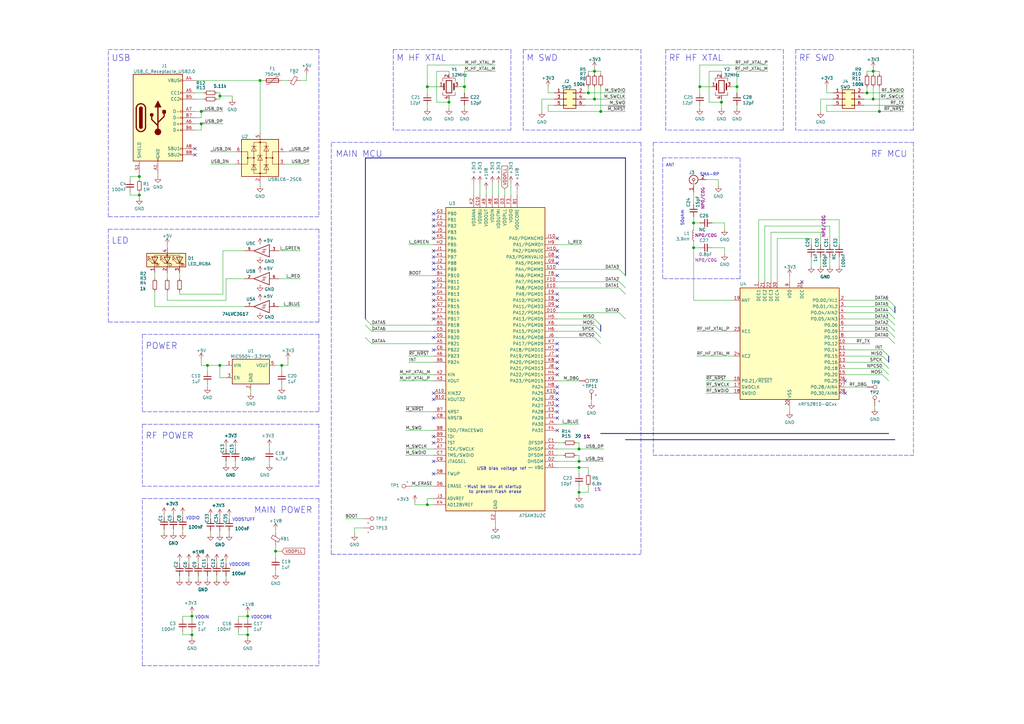
<source format=kicad_sch>
(kicad_sch (version 20210406) (generator eeschema)
  (paper "A3")
  (title_block (title "russian-woodpecker") (date "2021-05-26") (rev "r0.1") (company "openinput                           https://github.com/openinput-fw/russian-woodpecker") (comment 2 "This source describes Open Hardware and is licensed under the CERN-OHL-Pv2") (comment 4 "Copyright (c) Rafael Silva"))
  (junction (at 57.15 72.39) (diameter 1.016))
  (junction (at 57.15 80.01) (diameter 1.016))
  (junction (at 78.74 252.73) (diameter 1.016))
  (junction (at 78.74 260.35) (diameter 1.016))
  (junction (at 82.55 45.72) (diameter 1.016))
  (junction (at 82.55 50.8) (diameter 1.016))
  (junction (at 85.09 149.86) (diameter 1.016))
  (junction (at 90.17 39.37) (diameter 1.016))
  (junction (at 90.17 149.86) (diameter 1.016))
  (junction (at 101.6 252.73) (diameter 1.016))
  (junction (at 101.6 260.35) (diameter 1.016))
  (junction (at 106.68 33.02) (diameter 1.016))
  (junction (at 113.03 226.06) (diameter 1.016))
  (junction (at 115.57 149.86) (diameter 1.016))
  (junction (at 175.26 35.56) (diameter 1.016))
  (junction (at 175.26 207.01) (diameter 1.016))
  (junction (at 184.15 41.91) (diameter 1.016))
  (junction (at 190.5 35.56) (diameter 1.016))
  (junction (at 237.49 184.15) (diameter 1.016))
  (junction (at 237.49 189.23) (diameter 1.016))
  (junction (at 237.49 191.77) (diameter 1.016))
  (junction (at 237.49 201.93) (diameter 1.016))
  (junction (at 241.3 38.1) (diameter 1.016))
  (junction (at 243.84 29.21) (diameter 1.016))
  (junction (at 243.84 40.64) (diameter 1.016))
  (junction (at 246.38 45.72) (diameter 1.016))
  (junction (at 284.48 91.44) (diameter 1.016))
  (junction (at 284.48 101.6) (diameter 1.016))
  (junction (at 287.02 35.56) (diameter 1.016))
  (junction (at 295.91 41.91) (diameter 1.016))
  (junction (at 302.26 35.56) (diameter 1.016))
  (junction (at 355.6 38.1) (diameter 1.016))
  (junction (at 358.14 29.21) (diameter 1.016))
  (junction (at 358.14 40.64) (diameter 1.016))
  (junction (at 360.68 45.72) (diameter 1.016))
  (no_connect (at 80.01 60.96))
  (no_connect (at 80.01 63.5))
  (no_connect (at 177.8 87.63))
  (no_connect (at 177.8 90.17))
  (no_connect (at 177.8 92.71))
  (no_connect (at 177.8 95.25))
  (no_connect (at 177.8 97.79))
  (no_connect (at 177.8 102.87))
  (no_connect (at 177.8 105.41))
  (no_connect (at 177.8 107.95))
  (no_connect (at 177.8 110.49))
  (no_connect (at 177.8 115.57))
  (no_connect (at 177.8 118.11))
  (no_connect (at 177.8 120.65))
  (no_connect (at 177.8 123.19))
  (no_connect (at 177.8 125.73))
  (no_connect (at 177.8 128.27))
  (no_connect (at 177.8 130.81))
  (no_connect (at 177.8 138.43))
  (no_connect (at 177.8 143.51))
  (no_connect (at 177.8 161.29))
  (no_connect (at 177.8 163.83))
  (no_connect (at 177.8 171.45))
  (no_connect (at 177.8 179.07))
  (no_connect (at 177.8 181.61))
  (no_connect (at 177.8 189.23))
  (no_connect (at 177.8 194.31))
  (no_connect (at 228.6 97.79))
  (no_connect (at 228.6 102.87))
  (no_connect (at 228.6 105.41))
  (no_connect (at 228.6 107.95))
  (no_connect (at 228.6 113.03))
  (no_connect (at 228.6 120.65))
  (no_connect (at 228.6 123.19))
  (no_connect (at 228.6 125.73))
  (no_connect (at 228.6 140.97))
  (no_connect (at 228.6 143.51))
  (no_connect (at 228.6 146.05))
  (no_connect (at 228.6 148.59))
  (no_connect (at 228.6 151.13))
  (no_connect (at 228.6 153.67))
  (no_connect (at 228.6 158.75))
  (no_connect (at 228.6 161.29))
  (no_connect (at 228.6 163.83))
  (no_connect (at 228.6 166.37))
  (no_connect (at 228.6 168.91))
  (no_connect (at 228.6 171.45))
  (no_connect (at 228.6 176.53))
  (no_connect (at 328.93 115.57))
  (no_connect (at 346.71 156.21))
  (no_connect (at 346.71 161.29))
  (bus_entry (at 152.4 133.35) (size -2.54 -2.54) (stroke (width 0.1524)))
  (bus_entry (at 152.4 135.89) (size -2.54 -2.54) (stroke (width 0.1524)))
  (bus_entry (at 152.4 140.97) (size -2.54 -2.54) (stroke (width 0.1524)))
  (bus_entry (at 243.84 130.81) (size 2.54 2.54) (stroke (width 0.1524)))
  (bus_entry (at 243.84 133.35) (size 2.54 2.54) (stroke (width 0.1524)))
  (bus_entry (at 243.84 135.89) (size 2.54 2.54) (stroke (width 0.1524)))
  (bus_entry (at 243.84 138.43) (size 2.54 2.54) (stroke (width 0.1524)))
  (bus_entry (at 254 110.49) (size 2.54 2.54) (stroke (width 0.1524)))
  (bus_entry (at 254 115.57) (size 2.54 2.54) (stroke (width 0.1524)))
  (bus_entry (at 254 118.11) (size 2.54 2.54) (stroke (width 0.1524)))
  (bus_entry (at 254 128.27) (size 2.54 2.54) (stroke (width 0.1524)))
  (bus_entry (at 361.95 143.51) (size 2.54 2.54) (stroke (width 0.1524)))
  (bus_entry (at 361.95 146.05) (size 2.54 2.54) (stroke (width 0.1524)))
  (bus_entry (at 361.95 148.59) (size 2.54 2.54) (stroke (width 0.1524)))
  (bus_entry (at 361.95 151.13) (size 2.54 2.54) (stroke (width 0.1524)))
  (bus_entry (at 361.95 153.67) (size 2.54 2.54) (stroke (width 0.1524)))
  (bus_entry (at 364.49 123.19) (size 2.54 2.54) (stroke (width 0.1524)))
  (bus_entry (at 364.49 125.73) (size 2.54 2.54) (stroke (width 0.1524)))
  (bus_entry (at 364.49 128.27) (size 2.54 2.54) (stroke (width 0.1524)))
  (bus_entry (at 364.49 130.81) (size 2.54 2.54) (stroke (width 0.1524)))
  (bus_entry (at 364.49 133.35) (size 2.54 2.54) (stroke (width 0.1524)))
  (bus_entry (at 364.49 135.89) (size 2.54 2.54) (stroke (width 0.1524)))
  (bus_entry (at 364.49 138.43) (size 2.54 2.54) (stroke (width 0.1524)))
  (wire (pts (xy 53.34 72.39) (xy 57.15 72.39)))
  (wire (pts (xy 53.34 73.66) (xy 53.34 72.39)))
  (wire (pts (xy 53.34 80.01) (xy 53.34 78.74)))
  (wire (pts (xy 57.15 71.12) (xy 57.15 72.39)))
  (wire (pts (xy 57.15 72.39) (xy 57.15 73.66)))
  (wire (pts (xy 57.15 78.74) (xy 57.15 80.01)))
  (wire (pts (xy 57.15 80.01) (xy 53.34 80.01)))
  (wire (pts (xy 57.15 80.01) (xy 57.15 81.28)))
  (wire (pts (xy 63.5 111.76) (xy 63.5 114.3)))
  (wire (pts (xy 63.5 119.38) (xy 63.5 125.73)))
  (wire (pts (xy 63.5 125.73) (xy 100.33 125.73)))
  (wire (pts (xy 64.77 71.12) (xy 64.77 72.39)))
  (wire (pts (xy 67.31 210.82) (xy 67.31 212.09)))
  (wire (pts (xy 67.31 217.17) (xy 67.31 218.44)))
  (wire (pts (xy 68.58 101.6) (xy 68.58 100.33)))
  (wire (pts (xy 68.58 111.76) (xy 68.58 114.3)))
  (wire (pts (xy 68.58 119.38) (xy 68.58 123.19)))
  (wire (pts (xy 68.58 123.19) (xy 92.71 123.19)))
  (wire (pts (xy 71.12 210.82) (xy 71.12 212.09)))
  (wire (pts (xy 71.12 217.17) (xy 71.12 218.44)))
  (wire (pts (xy 73.66 111.76) (xy 73.66 114.3)))
  (wire (pts (xy 73.66 119.38) (xy 73.66 120.65)))
  (wire (pts (xy 73.66 120.65) (xy 91.44 120.65)))
  (wire (pts (xy 73.66 229.87) (xy 73.66 231.14)))
  (wire (pts (xy 73.66 236.22) (xy 73.66 237.49)))
  (wire (pts (xy 74.93 210.82) (xy 74.93 212.09)))
  (wire (pts (xy 74.93 217.17) (xy 74.93 218.44)))
  (wire (pts (xy 74.93 252.73) (xy 78.74 252.73)))
  (wire (pts (xy 74.93 254) (xy 74.93 252.73)))
  (wire (pts (xy 74.93 259.08) (xy 74.93 260.35)))
  (wire (pts (xy 74.93 260.35) (xy 78.74 260.35)))
  (wire (pts (xy 77.47 229.87) (xy 77.47 231.14)))
  (wire (pts (xy 77.47 236.22) (xy 77.47 237.49)))
  (wire (pts (xy 78.74 251.46) (xy 78.74 252.73)))
  (wire (pts (xy 78.74 252.73) (xy 78.74 254)))
  (wire (pts (xy 78.74 259.08) (xy 78.74 260.35)))
  (wire (pts (xy 78.74 260.35) (xy 78.74 261.62)))
  (wire (pts (xy 80.01 33.02) (xy 106.68 33.02)))
  (wire (pts (xy 80.01 38.1) (xy 83.82 38.1)))
  (wire (pts (xy 80.01 40.64) (xy 83.82 40.64)))
  (wire (pts (xy 80.01 45.72) (xy 82.55 45.72)))
  (wire (pts (xy 80.01 48.26) (xy 82.55 48.26)))
  (wire (pts (xy 80.01 50.8) (xy 82.55 50.8)))
  (wire (pts (xy 80.01 53.34) (xy 82.55 53.34)))
  (wire (pts (xy 81.28 229.87) (xy 81.28 231.14)))
  (wire (pts (xy 81.28 236.22) (xy 81.28 237.49)))
  (wire (pts (xy 82.55 45.72) (xy 82.55 48.26)))
  (wire (pts (xy 82.55 45.72) (xy 91.44 45.72)))
  (wire (pts (xy 82.55 50.8) (xy 82.55 53.34)))
  (wire (pts (xy 82.55 50.8) (xy 91.44 50.8)))
  (wire (pts (xy 82.55 149.86) (xy 82.55 147.32)))
  (wire (pts (xy 85.09 149.86) (xy 82.55 149.86)))
  (wire (pts (xy 85.09 149.86) (xy 90.17 149.86)))
  (wire (pts (xy 85.09 152.4) (xy 85.09 149.86)))
  (wire (pts (xy 85.09 157.48) (xy 85.09 158.75)))
  (wire (pts (xy 85.09 229.87) (xy 85.09 231.14)))
  (wire (pts (xy 85.09 236.22) (xy 85.09 237.49)))
  (wire (pts (xy 86.36 211.455) (xy 86.36 212.725)))
  (wire (pts (xy 86.36 217.805) (xy 86.36 219.075)))
  (wire (pts (xy 88.9 40.64) (xy 90.17 40.64)))
  (wire (pts (xy 88.9 229.87) (xy 88.9 231.14)))
  (wire (pts (xy 88.9 236.22) (xy 88.9 237.49)))
  (wire (pts (xy 90.17 38.1) (xy 88.9 38.1)))
  (wire (pts (xy 90.17 39.37) (xy 90.17 38.1)))
  (wire (pts (xy 90.17 39.37) (xy 95.25 39.37)))
  (wire (pts (xy 90.17 40.64) (xy 90.17 39.37)))
  (wire (pts (xy 90.17 149.86) (xy 92.71 149.86)))
  (wire (pts (xy 90.17 154.94) (xy 90.17 149.86)))
  (wire (pts (xy 90.17 211.455) (xy 90.17 212.725)))
  (wire (pts (xy 90.17 217.805) (xy 90.17 219.075)))
  (wire (pts (xy 91.44 102.87) (xy 100.33 102.87)))
  (wire (pts (xy 91.44 120.65) (xy 91.44 102.87)))
  (wire (pts (xy 92.71 114.3) (xy 100.33 114.3)))
  (wire (pts (xy 92.71 123.19) (xy 92.71 114.3)))
  (wire (pts (xy 92.71 154.94) (xy 90.17 154.94)))
  (wire (pts (xy 92.71 182.88) (xy 92.71 184.15)))
  (wire (pts (xy 92.71 189.23) (xy 92.71 190.5)))
  (wire (pts (xy 92.71 229.87) (xy 92.71 231.14)))
  (wire (pts (xy 92.71 236.22) (xy 92.71 237.49)))
  (wire (pts (xy 93.98 211.455) (xy 93.98 212.725)))
  (wire (pts (xy 93.98 217.805) (xy 93.98 219.075)))
  (wire (pts (xy 95.25 39.37) (xy 95.25 40.64)))
  (wire (pts (xy 96.52 62.23) (xy 86.36 62.23)))
  (wire (pts (xy 96.52 67.31) (xy 86.36 67.31)))
  (wire (pts (xy 96.52 182.88) (xy 96.52 184.15)))
  (wire (pts (xy 96.52 189.23) (xy 96.52 190.5)))
  (wire (pts (xy 97.79 252.73) (xy 101.6 252.73)))
  (wire (pts (xy 97.79 254) (xy 97.79 252.73)))
  (wire (pts (xy 97.79 260.35) (xy 97.79 259.08)))
  (wire (pts (xy 101.6 251.46) (xy 101.6 252.73)))
  (wire (pts (xy 101.6 252.73) (xy 101.6 254)))
  (wire (pts (xy 101.6 259.08) (xy 101.6 260.35)))
  (wire (pts (xy 101.6 260.35) (xy 97.79 260.35)))
  (wire (pts (xy 101.6 260.35) (xy 101.6 261.62)))
  (wire (pts (xy 102.87 160.02) (xy 102.87 161.29)))
  (wire (pts (xy 106.68 33.02) (xy 106.68 54.61)))
  (wire (pts (xy 106.68 33.02) (xy 107.95 33.02)))
  (wire (pts (xy 106.68 74.93) (xy 106.68 76.2)))
  (wire (pts (xy 110.49 182.88) (xy 110.49 184.15)))
  (wire (pts (xy 110.49 189.23) (xy 110.49 190.5)))
  (wire (pts (xy 113.03 149.86) (xy 115.57 149.86)))
  (wire (pts (xy 113.03 217.17) (xy 113.03 218.44)))
  (wire (pts (xy 113.03 223.52) (xy 113.03 226.06)))
  (wire (pts (xy 113.03 226.06) (xy 113.03 228.6)))
  (wire (pts (xy 113.03 226.06) (xy 115.57 226.06)))
  (wire (pts (xy 113.03 233.68) (xy 113.03 234.95)))
  (wire (pts (xy 114.3 102.87) (xy 123.19 102.87)))
  (wire (pts (xy 114.3 125.73) (xy 123.19 125.73)))
  (wire (pts (xy 115.57 33.02) (xy 118.11 33.02)))
  (wire (pts (xy 115.57 149.86) (xy 115.57 152.4)))
  (wire (pts (xy 115.57 149.86) (xy 118.11 149.86)))
  (wire (pts (xy 115.57 157.48) (xy 115.57 158.75)))
  (wire (pts (xy 116.84 62.23) (xy 127 62.23)))
  (wire (pts (xy 116.84 67.31) (xy 127 67.31)))
  (wire (pts (xy 118.11 149.86) (xy 118.11 147.32)))
  (wire (pts (xy 123.19 33.02) (xy 125.73 33.02)))
  (wire (pts (xy 123.19 114.3) (xy 114.3 114.3)))
  (wire (pts (xy 125.73 33.02) (xy 125.73 30.48)))
  (wire (pts (xy 145.415 216.535) (xy 145.415 219.075)))
  (wire (pts (xy 145.415 216.535) (xy 149.225 216.535)))
  (wire (pts (xy 149.225 212.725) (xy 141.605 212.725)))
  (wire (pts (xy 163.83 153.67) (xy 177.8 153.67)))
  (wire (pts (xy 166.37 168.91) (xy 177.8 168.91)))
  (wire (pts (xy 166.37 176.53) (xy 177.8 176.53)))
  (wire (pts (xy 166.37 184.15) (xy 177.8 184.15)))
  (wire (pts (xy 166.37 186.69) (xy 177.8 186.69)))
  (wire (pts (xy 168.91 199.39) (xy 177.8 199.39)))
  (wire (pts (xy 170.18 207.01) (xy 170.18 205.74)))
  (wire (pts (xy 170.18 207.01) (xy 175.26 207.01)))
  (wire (pts (xy 175.26 26.67) (xy 203.2 26.67)))
  (wire (pts (xy 175.26 35.56) (xy 175.26 26.67)))
  (wire (pts (xy 175.26 35.56) (xy 180.34 35.56)))
  (wire (pts (xy 175.26 38.1) (xy 175.26 35.56)))
  (wire (pts (xy 175.26 43.18) (xy 175.26 44.45)))
  (wire (pts (xy 175.26 204.47) (xy 175.26 207.01)))
  (wire (pts (xy 175.26 204.47) (xy 177.8 204.47)))
  (wire (pts (xy 175.26 207.01) (xy 177.8 207.01)))
  (wire (pts (xy 177.8 100.33) (xy 167.64 100.33)))
  (wire (pts (xy 177.8 113.03) (xy 167.64 113.03)))
  (wire (pts (xy 177.8 133.35) (xy 152.4 133.35)))
  (wire (pts (xy 177.8 135.89) (xy 152.4 135.89)))
  (wire (pts (xy 177.8 140.97) (xy 152.4 140.97)))
  (wire (pts (xy 177.8 146.05) (xy 167.64 146.05)))
  (wire (pts (xy 177.8 148.59) (xy 167.64 148.59)))
  (wire (pts (xy 177.8 156.21) (xy 163.83 156.21)))
  (wire (pts (xy 179.07 29.21) (xy 179.07 41.91)))
  (wire (pts (xy 179.07 41.91) (xy 184.15 41.91)))
  (wire (pts (xy 184.15 29.21) (xy 179.07 29.21)))
  (wire (pts (xy 184.15 30.48) (xy 184.15 29.21)))
  (wire (pts (xy 184.15 41.91) (xy 184.15 40.64)))
  (wire (pts (xy 184.15 41.91) (xy 184.15 44.45)))
  (wire (pts (xy 187.96 35.56) (xy 190.5 35.56)))
  (wire (pts (xy 190.5 29.21) (xy 203.2 29.21)))
  (wire (pts (xy 190.5 35.56) (xy 190.5 29.21)))
  (wire (pts (xy 190.5 35.56) (xy 190.5 38.1)))
  (wire (pts (xy 190.5 43.18) (xy 190.5 44.45)))
  (wire (pts (xy 194.31 74.93) (xy 194.31 80.01)))
  (wire (pts (xy 196.85 74.93) (xy 196.85 80.01)))
  (wire (pts (xy 199.39 77.47) (xy 199.39 80.01)))
  (wire (pts (xy 201.93 74.93) (xy 201.93 80.01)))
  (wire (pts (xy 203.2 214.63) (xy 203.2 215.9)))
  (wire (pts (xy 204.47 74.93) (xy 204.47 80.01)))
  (wire (pts (xy 207.01 80.01) (xy 207.01 77.47)))
  (wire (pts (xy 209.55 74.93) (xy 209.55 80.01)))
  (wire (pts (xy 212.09 77.47) (xy 212.09 80.01)))
  (wire (pts (xy 222.25 40.64) (xy 222.25 45.72)))
  (wire (pts (xy 222.25 40.64) (xy 227.33 40.64)))
  (wire (pts (xy 224.79 38.1) (xy 224.79 35.56)))
  (wire (pts (xy 224.79 38.1) (xy 227.33 38.1)))
  (wire (pts (xy 224.79 43.18) (xy 227.33 43.18)))
  (wire (pts (xy 224.79 45.72) (xy 224.79 43.18)))
  (wire (pts (xy 224.79 45.72) (xy 246.38 45.72)))
  (wire (pts (xy 228.6 110.49) (xy 254 110.49)))
  (wire (pts (xy 228.6 115.57) (xy 254 115.57)))
  (wire (pts (xy 228.6 118.11) (xy 254 118.11)))
  (wire (pts (xy 228.6 128.27) (xy 254 128.27)))
  (wire (pts (xy 228.6 130.81) (xy 243.84 130.81)))
  (wire (pts (xy 228.6 133.35) (xy 243.84 133.35)))
  (wire (pts (xy 228.6 135.89) (xy 243.84 135.89)))
  (wire (pts (xy 228.6 138.43) (xy 243.84 138.43)))
  (wire (pts (xy 228.6 173.99) (xy 237.49 173.99)))
  (wire (pts (xy 228.6 181.61) (xy 231.14 181.61)))
  (wire (pts (xy 228.6 184.15) (xy 237.49 184.15)))
  (wire (pts (xy 228.6 186.69) (xy 231.14 186.69)))
  (wire (pts (xy 228.6 189.23) (xy 237.49 189.23)))
  (wire (pts (xy 228.6 191.77) (xy 237.49 191.77)))
  (wire (pts (xy 236.22 181.61) (xy 237.49 181.61)))
  (wire (pts (xy 236.22 186.69) (xy 237.49 186.69)))
  (wire (pts (xy 237.49 156.21) (xy 228.6 156.21)))
  (wire (pts (xy 237.49 181.61) (xy 237.49 184.15)))
  (wire (pts (xy 237.49 184.15) (xy 247.65 184.15)))
  (wire (pts (xy 237.49 186.69) (xy 237.49 189.23)))
  (wire (pts (xy 237.49 189.23) (xy 247.65 189.23)))
  (wire (pts (xy 237.49 191.77) (xy 237.49 194.31)))
  (wire (pts (xy 237.49 199.39) (xy 237.49 201.93)))
  (wire (pts (xy 237.49 201.93) (xy 237.49 203.2)))
  (wire (pts (xy 237.49 201.93) (xy 241.3 201.93)))
  (wire (pts (xy 238.76 100.33) (xy 228.6 100.33)))
  (wire (pts (xy 241.3 29.21) (xy 243.84 29.21)))
  (wire (pts (xy 241.3 30.48) (xy 241.3 29.21)))
  (wire (pts (xy 241.3 35.56) (xy 241.3 38.1)))
  (wire (pts (xy 241.3 38.1) (xy 240.03 38.1)))
  (wire (pts (xy 241.3 191.77) (xy 237.49 191.77)))
  (wire (pts (xy 241.3 194.31) (xy 241.3 191.77)))
  (wire (pts (xy 241.3 201.93) (xy 241.3 199.39)))
  (wire (pts (xy 242.57 163.83) (xy 242.57 165.1)))
  (wire (pts (xy 243.84 27.94) (xy 243.84 29.21)))
  (wire (pts (xy 243.84 29.21) (xy 243.84 30.48)))
  (wire (pts (xy 243.84 29.21) (xy 246.38 29.21)))
  (wire (pts (xy 243.84 35.56) (xy 243.84 40.64)))
  (wire (pts (xy 243.84 40.64) (xy 240.03 40.64)))
  (wire (pts (xy 246.38 29.21) (xy 246.38 30.48)))
  (wire (pts (xy 246.38 35.56) (xy 246.38 45.72)))
  (wire (pts (xy 246.38 45.72) (xy 256.54 45.72)))
  (wire (pts (xy 256.54 38.1) (xy 241.3 38.1)))
  (wire (pts (xy 256.54 40.64) (xy 243.84 40.64)))
  (wire (pts (xy 256.54 43.18) (xy 240.03 43.18)))
  (wire (pts (xy 284.48 78.74) (xy 284.48 83.82)))
  (wire (pts (xy 284.48 88.9) (xy 284.48 91.44)))
  (wire (pts (xy 284.48 91.44) (xy 284.48 93.98)))
  (wire (pts (xy 284.48 91.44) (xy 287.02 91.44)))
  (wire (pts (xy 284.48 101.6) (xy 284.48 99.06)))
  (wire (pts (xy 284.48 101.6) (xy 287.02 101.6)))
  (wire (pts (xy 284.48 123.19) (xy 284.48 101.6)))
  (wire (pts (xy 284.48 123.19) (xy 300.99 123.19)))
  (wire (pts (xy 287.02 26.67) (xy 314.96 26.67)))
  (wire (pts (xy 287.02 35.56) (xy 287.02 26.67)))
  (wire (pts (xy 287.02 35.56) (xy 292.1 35.56)))
  (wire (pts (xy 287.02 38.1) (xy 287.02 35.56)))
  (wire (pts (xy 287.02 43.18) (xy 287.02 44.45)))
  (wire (pts (xy 289.56 73.66) (xy 294.64 73.66)))
  (wire (pts (xy 289.56 156.21) (xy 300.99 156.21)))
  (wire (pts (xy 289.56 158.75) (xy 300.99 158.75)))
  (wire (pts (xy 289.56 161.29) (xy 300.99 161.29)))
  (wire (pts (xy 290.83 29.21) (xy 290.83 41.91)))
  (wire (pts (xy 290.83 41.91) (xy 295.91 41.91)))
  (wire (pts (xy 292.1 91.44) (xy 297.18 91.44)))
  (wire (pts (xy 292.1 101.6) (xy 297.18 101.6)))
  (wire (pts (xy 294.64 73.66) (xy 294.64 76.2)))
  (wire (pts (xy 295.91 29.21) (xy 290.83 29.21)))
  (wire (pts (xy 295.91 30.48) (xy 295.91 29.21)))
  (wire (pts (xy 295.91 41.91) (xy 295.91 40.64)))
  (wire (pts (xy 295.91 41.91) (xy 295.91 44.45)))
  (wire (pts (xy 297.18 91.44) (xy 297.18 93.98)))
  (wire (pts (xy 297.18 101.6) (xy 297.18 104.14)))
  (wire (pts (xy 299.72 35.56) (xy 302.26 35.56)))
  (wire (pts (xy 300.99 135.89) (xy 285.75 135.89)))
  (wire (pts (xy 300.99 146.05) (xy 285.75 146.05)))
  (wire (pts (xy 302.26 29.21) (xy 314.96 29.21)))
  (wire (pts (xy 302.26 35.56) (xy 302.26 29.21)))
  (wire (pts (xy 302.26 35.56) (xy 302.26 38.1)))
  (wire (pts (xy 302.26 43.18) (xy 302.26 44.45)))
  (wire (pts (xy 311.15 90.17) (xy 311.15 115.57)))
  (wire (pts (xy 311.15 90.17) (xy 344.17 90.17)))
  (wire (pts (xy 313.69 92.71) (xy 313.69 115.57)))
  (wire (pts (xy 313.69 92.71) (xy 340.36 92.71)))
  (wire (pts (xy 316.23 95.25) (xy 316.23 115.57)))
  (wire (pts (xy 316.23 95.25) (xy 336.55 95.25)))
  (wire (pts (xy 318.77 115.57) (xy 318.77 97.79)))
  (wire (pts (xy 323.85 115.57) (xy 323.85 113.03)))
  (wire (pts (xy 323.85 166.37) (xy 323.85 168.91)))
  (wire (pts (xy 332.74 97.79) (xy 318.77 97.79)))
  (wire (pts (xy 332.74 100.33) (xy 332.74 97.79)))
  (wire (pts (xy 332.74 105.41) (xy 332.74 109.22)))
  (wire (pts (xy 336.55 40.64) (xy 336.55 45.72)))
  (wire (pts (xy 336.55 40.64) (xy 341.63 40.64)))
  (wire (pts (xy 336.55 95.25) (xy 336.55 100.33)))
  (wire (pts (xy 336.55 105.41) (xy 336.55 109.22)))
  (wire (pts (xy 339.09 38.1) (xy 339.09 35.56)))
  (wire (pts (xy 339.09 38.1) (xy 341.63 38.1)))
  (wire (pts (xy 339.09 43.18) (xy 341.63 43.18)))
  (wire (pts (xy 339.09 45.72) (xy 339.09 43.18)))
  (wire (pts (xy 339.09 45.72) (xy 360.68 45.72)))
  (wire (pts (xy 340.36 92.71) (xy 340.36 100.33)))
  (wire (pts (xy 340.36 105.41) (xy 340.36 109.22)))
  (wire (pts (xy 344.17 90.17) (xy 344.17 100.33)))
  (wire (pts (xy 344.17 105.41) (xy 344.17 109.22)))
  (wire (pts (xy 346.71 123.19) (xy 364.49 123.19)))
  (wire (pts (xy 346.71 125.73) (xy 364.49 125.73)))
  (wire (pts (xy 346.71 128.27) (xy 364.49 128.27)))
  (wire (pts (xy 346.71 130.81) (xy 364.49 130.81)))
  (wire (pts (xy 346.71 133.35) (xy 364.49 133.35)))
  (wire (pts (xy 346.71 135.89) (xy 364.49 135.89)))
  (wire (pts (xy 346.71 138.43) (xy 364.49 138.43)))
  (wire (pts (xy 346.71 140.97) (xy 356.87 140.97)))
  (wire (pts (xy 346.71 143.51) (xy 361.95 143.51)))
  (wire (pts (xy 346.71 146.05) (xy 361.95 146.05)))
  (wire (pts (xy 346.71 148.59) (xy 361.95 148.59)))
  (wire (pts (xy 346.71 151.13) (xy 361.95 151.13)))
  (wire (pts (xy 346.71 153.67) (xy 361.95 153.67)))
  (wire (pts (xy 354.33 43.18) (xy 370.84 43.18)))
  (wire (pts (xy 355.6 29.21) (xy 358.14 29.21)))
  (wire (pts (xy 355.6 30.48) (xy 355.6 29.21)))
  (wire (pts (xy 355.6 35.56) (xy 355.6 38.1)))
  (wire (pts (xy 355.6 38.1) (xy 354.33 38.1)))
  (wire (pts (xy 355.6 158.75) (xy 346.71 158.75)))
  (wire (pts (xy 358.14 27.94) (xy 358.14 29.21)))
  (wire (pts (xy 358.14 29.21) (xy 358.14 30.48)))
  (wire (pts (xy 358.14 29.21) (xy 360.68 29.21)))
  (wire (pts (xy 358.14 35.56) (xy 358.14 40.64)))
  (wire (pts (xy 358.14 40.64) (xy 354.33 40.64)))
  (wire (pts (xy 358.14 40.64) (xy 370.84 40.64)))
  (wire (pts (xy 358.775 166.37) (xy 358.775 167.64)))
  (wire (pts (xy 360.68 29.21) (xy 360.68 30.48)))
  (wire (pts (xy 360.68 35.56) (xy 360.68 45.72)))
  (wire (pts (xy 360.68 45.72) (xy 370.84 45.72)))
  (wire (pts (xy 370.84 38.1) (xy 355.6 38.1)))
  (bus (pts (xy 149.86 64.77) (xy 149.86 138.43)))
  (bus (pts (xy 149.86 64.77) (xy 256.54 64.77)))
  (bus (pts (xy 246.38 133.35) (xy 246.38 177.8)))
  (bus (pts (xy 246.38 177.8) (xy 364.49 177.8)))
  (bus (pts (xy 256.54 64.77) (xy 256.54 180.34)))
  (bus (pts (xy 256.54 180.34) (xy 367.03 180.34)))
  (bus (pts (xy 364.49 146.05) (xy 364.49 177.8)))
  (bus (pts (xy 367.03 125.73) (xy 367.03 180.34)))
  (polyline (pts (xy 44.45 20.32) (xy 130.81 20.32)) (stroke (width 0) (type dash)))
  (polyline (pts (xy 44.45 88.9) (xy 44.45 20.32)) (stroke (width 0) (type dash)))
  (polyline (pts (xy 44.45 93.98) (xy 130.81 93.98)) (stroke (width 0) (type dash)))
  (polyline (pts (xy 44.45 132.08) (xy 44.45 93.98)) (stroke (width 0) (type dash)))
  (polyline (pts (xy 58.42 137.16) (xy 58.42 168.91)) (stroke (width 0) (type dash)))
  (polyline (pts (xy 58.42 137.16) (xy 130.81 137.16)) (stroke (width 0) (type dash)))
  (polyline (pts (xy 58.42 173.99) (xy 58.42 199.39)) (stroke (width 0) (type dash)))
  (polyline (pts (xy 58.42 173.99) (xy 130.81 173.99)) (stroke (width 0) (type dash)))
  (polyline (pts (xy 58.42 204.47) (xy 130.81 204.47)) (stroke (width 0) (type dash)))
  (polyline (pts (xy 58.42 273.05) (xy 58.42 204.47)) (stroke (width 0) (type dash)))
  (polyline (pts (xy 130.81 20.32) (xy 130.81 88.9)) (stroke (width 0) (type dash)))
  (polyline (pts (xy 130.81 88.9) (xy 44.45 88.9)) (stroke (width 0) (type dash)))
  (polyline (pts (xy 130.81 93.98) (xy 130.81 132.08)) (stroke (width 0) (type dash)))
  (polyline (pts (xy 130.81 132.08) (xy 44.45 132.08)) (stroke (width 0) (type dash)))
  (polyline (pts (xy 130.81 137.16) (xy 130.81 168.91)) (stroke (width 0) (type dash)))
  (polyline (pts (xy 130.81 168.91) (xy 58.42 168.91)) (stroke (width 0) (type dash)))
  (polyline (pts (xy 130.81 173.99) (xy 130.81 199.39)) (stroke (width 0) (type dash)))
  (polyline (pts (xy 130.81 199.39) (xy 58.42 199.39)) (stroke (width 0) (type dash)))
  (polyline (pts (xy 130.81 204.47) (xy 130.81 273.05)) (stroke (width 0) (type dash)))
  (polyline (pts (xy 130.81 273.05) (xy 58.42 273.05)) (stroke (width 0) (type dash)))
  (polyline (pts (xy 135.89 58.42) (xy 262.89 58.42)) (stroke (width 0) (type dash)))
  (polyline (pts (xy 135.89 227.33) (xy 135.89 58.42)) (stroke (width 0) (type dash)))
  (polyline (pts (xy 135.89 227.33) (xy 262.89 227.33)) (stroke (width 0) (type dash)))
  (polyline (pts (xy 161.29 20.32) (xy 161.29 53.34)) (stroke (width 0) (type dash)))
  (polyline (pts (xy 161.29 20.32) (xy 209.55 20.32)) (stroke (width 0) (type dash)))
  (polyline (pts (xy 190.5 199.39) (xy 191.135 199.39)) (stroke (width 0) (type dash)))
  (polyline (pts (xy 209.55 20.32) (xy 209.55 53.34)) (stroke (width 0) (type dash)))
  (polyline (pts (xy 209.55 53.34) (xy 161.29 53.34)) (stroke (width 0) (type dash)))
  (polyline (pts (xy 214.63 20.32) (xy 214.63 53.34)) (stroke (width 0) (type dash)))
  (polyline (pts (xy 214.63 20.32) (xy 262.89 20.32)) (stroke (width 0) (type dash)))
  (polyline (pts (xy 218.44 191.77) (xy 216.535 191.77)) (stroke (width 0) (type dash)))
  (polyline (pts (xy 262.89 20.32) (xy 262.89 53.34)) (stroke (width 0) (type dash)))
  (polyline (pts (xy 262.89 53.34) (xy 214.63 53.34)) (stroke (width 0) (type dash)))
  (polyline (pts (xy 262.89 58.42) (xy 262.89 227.33)) (stroke (width 0) (type dash)))
  (polyline (pts (xy 267.97 58.42) (xy 267.97 186.69)) (stroke (width 0) (type dash)))
  (polyline (pts (xy 267.97 58.42) (xy 374.65 58.42)) (stroke (width 0) (type dash)))
  (polyline (pts (xy 267.97 186.69) (xy 374.65 186.69)) (stroke (width 0) (type dash)))
  (polyline (pts (xy 271.78 64.77) (xy 303.53 64.77)) (stroke (width 0) (type dash)))
  (polyline (pts (xy 271.78 114.3) (xy 271.78 64.77)) (stroke (width 0) (type dash)))
  (polyline (pts (xy 273.05 20.32) (xy 273.05 53.34)) (stroke (width 0) (type dash)))
  (polyline (pts (xy 273.05 20.32) (xy 321.31 20.32)) (stroke (width 0) (type dash)))
  (polyline (pts (xy 303.53 64.77) (xy 303.53 114.3)) (stroke (width 0) (type dash)))
  (polyline (pts (xy 303.53 114.3) (xy 271.78 114.3)) (stroke (width 0) (type dash)))
  (polyline (pts (xy 321.31 20.32) (xy 321.31 53.34)) (stroke (width 0) (type dash)))
  (polyline (pts (xy 321.31 53.34) (xy 273.05 53.34)) (stroke (width 0) (type dash)))
  (polyline (pts (xy 326.39 20.32) (xy 326.39 53.34)) (stroke (width 0) (type dash)))
  (polyline (pts (xy 326.39 20.32) (xy 374.65 20.32)) (stroke (width 0) (type dash)))
  (polyline (pts (xy 374.65 20.32) (xy 374.65 53.34)) (stroke (width 0) (type dash)))
  (polyline (pts (xy 374.65 53.34) (xy 326.39 53.34)) (stroke (width 0) (type dash)))
  (polyline (pts (xy 374.65 58.42) (xy 374.65 186.69)) (stroke (width 0) (type dash)))
  (text "USB" (at 45.72 25.4 0) (effects (font (size 2.54 2.54)) (justify left bottom)))
  (text "LED" (at 45.72 100.33 0) (effects (font (size 2.54 2.54)) (justify left bottom)))
  (text "POWER" (at 59.69 143.51 0) (effects (font (size 2.54 2.54)) (justify left bottom)))
  (text "RF POWER" (at 59.69 180.34 0) (effects (font (size 2.54 2.54)) (justify left bottom)))
  (text "VDDIO" (at 76.2 213.36 0) (effects (font (size 1.27 1.27)) (justify left bottom)))
  (text "VDDIN" (at 80.01 254 0) (effects (font (size 1.27 1.27)) (justify left bottom)))
  (text "VDDCORE" (at 93.98 232.41 0) (effects (font (size 1.27 1.27)) (justify left bottom)))
  (text "VDDSTUFF" (at 95.25 213.995 0) (effects (font (size 1.27 1.27)) (justify left bottom)))
  (text "VDDCORE" (at 102.87 254 0) (effects (font (size 1.27 1.27)) (justify left bottom)))
  (text "MAIN POWER" (at 104.14 210.82 0) (effects (font (size 2.54 2.54)) (justify left bottom)))
  (text "MAIN MCU" (at 156.845 64.77 180) (effects (font (size 2.54 2.54)) (justify right bottom)))
  (text "M HF XTAL" (at 162.56 25.4 0) (effects (font (size 2.54 2.54)) (justify left bottom)))
  (text "Must be low at startup\nto prevent flash erase" (at 213.995 202.565 180) (effects (font (size 1.27 1.27)) (justify right bottom)))
  (text "M SWD" (at 215.9 25.4 0) (effects (font (size 2.54 2.54)) (justify left bottom)))
  (text "USB bias voltage ref" (at 215.9 193.04 180) (effects (font (size 1.27 1.27)) (justify right bottom)))
  (text "ANT" (at 273.05 68.58 0) (effects (font (size 1.27 1.27)) (justify left bottom)))
  (text "RF HF XTAL" (at 274.32 25.4 0) (effects (font (size 2.54 2.54)) (justify left bottom)))
  (text "50ohm" (at 280.67 92.71 90) (effects (font (size 1.27 1.27)) (justify left bottom)))
  (text "SMA-RP" (at 287.02 72.39 0) (effects (font (size 1.27 1.27)) (justify left bottom)))
  (text "RF SWD" (at 327.66 25.4 0) (effects (font (size 2.54 2.54)) (justify left bottom)))
  (text "RF MCU" (at 372.11 64.77 180) (effects (font (size 2.54 2.54)) (justify right bottom)))
  (label "_USB_DN" (at 86.36 62.23 0))
  (label "USB_DN" (at 86.36 67.31 0))
  (label "_USB_DN" (at 91.44 45.72 180))
  (label "_USB_DP" (at 91.44 50.8 180))
  (label "L_GREEN" (at 123.19 102.87 180))
  (label "L_RED" (at 123.19 114.3 180))
  (label "L_BLUE" (at 123.19 125.73 180))
  (label "_USB_DP" (at 127 62.23 180))
  (label "USB_DP" (at 127 67.31 180))
  (label "BOOT" (at 141.605 212.725 0))
  (label "DATA5" (at 152.4 133.35 0))
  (label "DATA6" (at 152.4 135.89 0))
  (label "DATA4" (at 152.4 140.97 0))
  (label "M_HF_XTAL_M" (at 163.83 153.67 0))
  (label "M_HF_XTAL_P" (at 163.83 156.21 0))
  (label "~M_NRST" (at 166.37 168.91 0))
  (label "M_SWO" (at 166.37 176.53 0))
  (label "M_SWCLK" (at 166.37 184.15 0))
  (label "M_SWDIO" (at 166.37 186.69 0))
  (label "L_GREEN" (at 167.64 100.33 0))
  (label "BOOT" (at 167.64 113.03 0))
  (label "~RF_NRST" (at 167.64 146.05 0))
  (label "INT" (at 167.64 148.59 0))
  (label "M_ERASE" (at 168.91 199.39 0))
  (label "M_HF_XTAL_P" (at 203.2 26.67 180))
  (label "M_HF_XTAL_M" (at 203.2 29.21 180))
  (label "M_DBG" (at 237.49 156.21 180))
  (label "L_BLUE" (at 237.49 173.99 180))
  (label "L_RED" (at 238.76 100.33 180))
  (label "MISO" (at 243.84 130.81 180))
  (label "MOSI" (at 243.84 133.35 180))
  (label "SPCK" (at 243.84 135.89 180))
  (label "NPCS0" (at 243.84 138.43 180))
  (label "USB_DP" (at 247.65 184.15 180))
  (label "USB_DN" (at 247.65 189.23 180))
  (label "DATA3" (at 254 110.49 180))
  (label "DATA2" (at 254 115.57 180))
  (label "DATA1" (at 254 118.11 180))
  (label "DATA0" (at 254 128.27 180))
  (label "M_SWDIO" (at 256.54 38.1 180))
  (label "M_SWCLK" (at 256.54 40.64 180))
  (label "M_SWO" (at 256.54 43.18 180))
  (label "~M_NRST" (at 256.54 45.72 180))
  (label "RF_HF_XTAL_P" (at 285.75 135.89 0))
  (label "RF_HF_XTAL_M" (at 285.75 146.05 0))
  (label "~RF_NRST" (at 289.56 156.21 0))
  (label "RF_SWCLK" (at 289.56 158.75 0))
  (label "RF_SWDIO" (at 289.56 161.29 0))
  (label "RF_HF_XTAL_P" (at 314.96 26.67 180))
  (label "RF_HF_XTAL_M" (at 314.96 29.21 180))
  (label "RF_DBG" (at 355.6 158.75 180))
  (label "RF_TX" (at 356.87 140.97 180))
  (label "INT" (at 361.95 143.51 180))
  (label "MISO" (at 361.95 146.05 180))
  (label "SPCK" (at 361.95 148.59 180))
  (label "NPCS0" (at 361.95 151.13 180))
  (label "MOSI" (at 361.95 153.67 180))
  (label "DATA6" (at 364.49 123.19 180))
  (label "DATA5" (at 364.49 125.73 180))
  (label "DATA4" (at 364.49 128.27 180))
  (label "DATA3" (at 364.49 130.81 180))
  (label "DATA2" (at 364.49 133.35 180))
  (label "DATA1" (at 364.49 135.89 180))
  (label "DATA0" (at 364.49 138.43 180))
  (label "RF_SWDIO" (at 370.84 38.1 180))
  (label "RF_SWCLK" (at 370.84 40.64 180))
  (label "RF_TX" (at 370.84 43.18 180))
  (label "~RF_NRST" (at 370.84 45.72 180))
  (global_label "VDDPLL" (shape input) (at 115.57 226.06 0) (property "Intersheet References" "${INTERSHEET_REFS}" (effects hide)))
  (global_label "VDDPLL" (shape input) (at 207.01 77.47 90) (property "Intersheet References" "${INTERSHEET_REFS}" (effects hide)))
  (symbol (lib_id "power:+3.3V") (at 67.31 210.82 0) (unit 1)
    (property "Reference" "#PWR01" (effects hide))
    (property "Value" "+3.3V" (at 70.485 206.6376 0))
  )
  (symbol (lib_id "power:+5V") (at 68.58 100.33 0) (unit 1)
    (property "Reference" "#PWR040" (effects hide))
    (property "Value" "+5V" (at 68.58 96.7826 0))
  )
  (symbol (lib_id "power:+3.3V") (at 71.12 210.82 0) (unit 1)
    (property "Reference" "#PWR06" (effects hide))
    (property "Value" "+3.3V" (at 70.485 206.6376 0))
  )
  (symbol (lib_id "power:+1V8") (at 73.66 229.87 0) (unit 1)
    (property "Reference" "#PWR03" (effects hide))
    (property "Value" "+1V8" (at 81.28 226.3226 0))
  )
  (symbol (lib_id "power:+3.3V") (at 74.93 210.82 0) (unit 1)
    (property "Reference" "#PWR012" (effects hide))
    (property "Value" "+3.3V" (at 70.485 206.6376 0))
  )
  (symbol (lib_id "power:+1V8") (at 77.47 229.87 0) (unit 1)
    (property "Reference" "#PWR08" (effects hide))
    (property "Value" "+1V8" (at 81.28 226.3226 0))
  )
  (symbol (lib_id "power:+3.3V") (at 78.74 251.46 0) (unit 1)
    (property "Reference" "#PWR010" (effects hide))
    (property "Value" "+3.3V" (at 78.105 247.2776 0))
  )
  (symbol (lib_id "power:+1V8") (at 81.28 229.87 0) (unit 1)
    (property "Reference" "#PWR014" (effects hide))
    (property "Value" "+1V8" (at 81.28 226.3226 0))
  )
  (symbol (lib_id "power:+5V") (at 82.55 147.32 0) (unit 1)
    (property "Reference" "#PWR016" (effects hide))
    (property "Value" "+5V" (at 82.55 143.7726 0))
  )
  (symbol (lib_id "power:+1V8") (at 85.09 229.87 0) (unit 1)
    (property "Reference" "#PWR018" (effects hide))
    (property "Value" "+1V8" (at 81.28 226.3226 0))
  )
  (symbol (lib_id "power:+3.3V") (at 86.36 211.455 0) (unit 1)
    (property "Reference" "#PWR039" (effects hide))
    (property "Value" "+3.3V" (at 89.535 207.2726 0))
  )
  (symbol (lib_id "power:+1V8") (at 88.9 229.87 0) (unit 1)
    (property "Reference" "#PWR020" (effects hide))
    (property "Value" "+1V8" (at 81.28 226.3226 0))
  )
  (symbol (lib_id "power:+3.3V") (at 90.17 211.455 0) (unit 1)
    (property "Reference" "#PWR042" (effects hide))
    (property "Value" "+3.3V" (at 89.535 207.2726 0))
  )
  (symbol (lib_id "power:+3.3V") (at 92.71 182.88 0) (unit 1)
    (property "Reference" "#PWR022" (effects hide))
    (property "Value" "+3.3V" (at 94.615 178.6976 0))
  )
  (symbol (lib_id "power:+1V8") (at 92.71 229.87 0) (unit 1)
    (property "Reference" "#PWR024" (effects hide))
    (property "Value" "+1V8" (at 81.28 226.3226 0))
  )
  (symbol (lib_id "power:+3.3V") (at 93.98 211.455 0) (unit 1)
    (property "Reference" "#PWR076" (effects hide))
    (property "Value" "+3.3V" (at 89.535 207.2726 0))
  )
  (symbol (lib_id "power:+3.3V") (at 96.52 182.88 0) (unit 1)
    (property "Reference" "#PWR026" (effects hide))
    (property "Value" "+3.3V" (at 94.615 178.6976 0))
  )
  (symbol (lib_id "power:+1V8") (at 101.6 251.46 0) (unit 1)
    (property "Reference" "#PWR028" (effects hide))
    (property "Value" "+1V8" (at 101.6 247.9126 0))
  )
  (symbol (lib_id "power:+5V") (at 106.68 100.33 0) (unit 1)
    (property "Reference" "#PWR078" (effects hide))
    (property "Value" "+5V" (at 109.855 98.6876 0))
  )
  (symbol (lib_id "power:+5V") (at 106.68 111.76 0) (unit 1)
    (property "Reference" "#PWR080" (effects hide))
    (property "Value" "+5V" (at 109.855 110.1176 0))
  )
  (symbol (lib_id "power:+5V") (at 106.68 123.19 0) (unit 1)
    (property "Reference" "#PWR082" (effects hide))
    (property "Value" "+5V" (at 109.855 121.5476 0))
  )
  (symbol (lib_id "power:+3.3V") (at 110.49 182.88 0) (unit 1)
    (property "Reference" "#PWR032" (effects hide))
    (property "Value" "+3.3V" (at 109.855 178.6976 0))
  )
  (symbol (lib_id "power:+1V8") (at 113.03 217.17 0) (unit 1)
    (property "Reference" "#PWR034" (effects hide))
    (property "Value" "+1V8" (at 113.03 213.6226 0))
  )
  (symbol (lib_id "power:+3.3V") (at 118.11 147.32 0) (unit 1)
    (property "Reference" "#PWR037" (effects hide))
    (property "Value" "+3.3V" (at 118.11 143.7726 0))
  )
  (symbol (lib_id "power:+5V") (at 125.73 30.48 0) (unit 1)
    (property "Reference" "#PWR038" (effects hide))
    (property "Value" "+5V" (at 125.73 26.9326 0))
  )
  (symbol (lib_id "power:+3.3V") (at 170.18 205.74 0) (unit 1)
    (property "Reference" "#PWR044" (effects hide))
    (property "Value" "+3.3V" (at 165.1 204.7326 0))
  )
  (symbol (lib_id "power:+3.3V") (at 194.31 74.93 0) (unit 1)
    (property "Reference" "#PWR048" (effects hide))
    (property "Value" "+3.3V" (at 194.31 68.8426 90))
  )
  (symbol (lib_id "power:+3.3V") (at 196.85 74.93 0) (unit 1)
    (property "Reference" "#PWR049" (effects hide))
    (property "Value" "+3.3V" (at 196.85 68.8426 90))
  )
  (symbol (lib_id "power:+1V8") (at 199.39 77.47 0) (unit 1)
    (property "Reference" "#PWR050" (effects hide))
    (property "Value" "+1V8" (at 199.39 71.3826 90))
  )
  (symbol (lib_id "power:+3.3V") (at 201.93 74.93 0) (unit 1)
    (property "Reference" "#PWR051" (effects hide))
    (property "Value" "+3.3V" (at 201.93 68.8426 90))
  )
  (symbol (lib_id "power:+3.3V") (at 204.47 74.93 0) (unit 1)
    (property "Reference" "#PWR053" (effects hide))
    (property "Value" "+3.3V" (at 204.47 68.8426 90))
  )
  (symbol (lib_id "power:+3.3V") (at 209.55 74.93 0) (unit 1)
    (property "Reference" "#PWR054" (effects hide))
    (property "Value" "+3.3V" (at 209.55 68.8426 90))
  )
  (symbol (lib_id "power:+1V8") (at 212.09 77.47 0) (unit 1)
    (property "Reference" "#PWR055" (effects hide))
    (property "Value" "+1V8" (at 212.09 71.3826 90))
  )
  (symbol (lib_id "power:+3.3V") (at 224.79 35.56 0) (unit 1)
    (property "Reference" "#PWR057" (effects hide))
    (property "Value" "+3.3V" (at 224.79 32.0126 0))
  )
  (symbol (lib_id "power:+3.3V") (at 243.84 27.94 0) (unit 1)
    (property "Reference" "#PWR059" (effects hide))
    (property "Value" "+3.3V" (at 243.84 24.3926 0))
  )
  (symbol (lib_id "power:+3.3V") (at 323.85 113.03 0) (unit 1)
    (property "Reference" "#PWR066" (effects hide))
    (property "Value" "+3.3V" (at 323.85 109.4826 0))
  )
  (symbol (lib_id "power:+3.3V") (at 339.09 35.56 0) (unit 1)
    (property "Reference" "#PWR071" (effects hide))
    (property "Value" "+3.3V" (at 339.09 32.0126 0))
  )
  (symbol (lib_id "power:+3.3V") (at 358.14 27.94 0) (unit 1)
    (property "Reference" "#PWR074" (effects hide))
    (property "Value" "+3.3V" (at 358.14 24.3926 0))
  )
  (symbol (lib_id "Device:L_Small") (at 284.48 96.52 180) (unit 1)
    (property "Reference" "L1" (at 282.9561 95.7591 0) (effects (justify left)))
    (property "Value" "3.9nH" (at 282.9561 98.0578 0) (effects (justify left)))
    (property "Footprint" "Inductor_SMD:L_0402_1005Metric" (effects hide))
  )
  (symbol (lib_id "Connector:TestPoint") (at 149.225 212.725 270) (unit 1)
    (property "Reference" "TP12" (at 156.5275 212.7292 90))
    (property "Value" "~" (at 151.0665 214.4945 90))
    (property "Footprint" "TestPoint:TestPoint_Pad_D1.0mm" (effects hide))
  )
  (symbol (lib_id "Connector:TestPoint") (at 149.225 216.535 270) (unit 1)
    (property "Reference" "TP13" (at 156.5275 216.5392 90))
    (property "Value" "~" (at 151.0665 218.3045 90))
    (property "Footprint" "TestPoint:TestPoint_Pad_D1.0mm" (effects hide))
  )
  (symbol (lib_id "Connector:TestPoint") (at 168.91 199.39 90) (unit 1)
    (property "Reference" "TP1" (at 161.9885 199.1318 90))
    (property "Value" "~" (at 167.0685 197.6205 90))
    (property "Footprint" "TestPoint:TestPoint_Pad_D1.0mm" (effects hide))
  )
  (symbol (lib_id "Connector:TestPoint") (at 237.49 156.21 270) (unit 1)
    (property "Reference" "TP3" (at 243.5225 156.2142 90))
    (property "Value" "~" (at 239.3315 157.9795 90))
    (property "Footprint" "TestPoint:TestPoint_Pad_D1.0mm" (effects hide))
  )
  (symbol (lib_id "Connector:TestPoint") (at 242.57 163.83 0) (unit 1)
    (property "Reference" "TP11" (at 242.5742 158.4325 0))
    (property "Value" "~" (at 244.3395 161.9885 90))
    (property "Footprint" "TestPoint:TestPoint_Pad_D1.0mm" (effects hide))
  )
  (symbol (lib_id "Connector:TestPoint") (at 355.6 158.75 270) (unit 1)
    (property "Reference" "TP9" (at 359.0925 156.8492 90))
    (property "Value" "~" (at 357.4415 160.5195 90))
    (property "Footprint" "TestPoint:TestPoint_Pad_D1.0mm" (effects hide))
  )
  (symbol (lib_id "Connector:TestPoint") (at 358.775 166.37 0) (unit 1)
    (property "Reference" "TP2" (at 358.7792 160.9725 0))
    (property "Value" "~" (at 360.5445 164.5285 90))
    (property "Footprint" "TestPoint:TestPoint_Pad_D1.0mm" (effects hide))
  )
  (symbol (lib_id "power:GND") (at 57.15 81.28 0) (unit 1)
    (property "Reference" "#PWR0101" (effects hide))
    (property "Value" "GND" (at 57.15 85.6044 0))
  )
  (symbol (lib_id "power:GND") (at 64.77 72.39 0) (unit 1)
    (property "Reference" "#PWR05" (effects hide))
    (property "Value" "GND" (at 64.77 76.7144 0))
  )
  (symbol (lib_id "power:GND") (at 67.31 218.44 0) (unit 1)
    (property "Reference" "#PWR02" (effects hide))
    (property "Value" "GND" (at 71.12 222.7644 0))
  )
  (symbol (lib_id "power:GND") (at 71.12 218.44 0) (unit 1)
    (property "Reference" "#PWR07" (effects hide))
    (property "Value" "GND" (at 71.12 222.7644 0))
  )
  (symbol (lib_id "power:GND") (at 73.66 237.49 0) (unit 1)
    (property "Reference" "#PWR04" (effects hide))
    (property "Value" "GND" (at 83.185 241.8144 0))
  )
  (symbol (lib_id "power:GND") (at 74.93 218.44 0) (unit 1)
    (property "Reference" "#PWR013" (effects hide))
    (property "Value" "GND" (at 71.12 222.7644 0))
  )
  (symbol (lib_id "power:GND") (at 77.47 237.49 0) (unit 1)
    (property "Reference" "#PWR09" (effects hide))
    (property "Value" "GND" (at 83.185 241.8144 0))
  )
  (symbol (lib_id "power:GND") (at 78.74 261.62 0) (unit 1)
    (property "Reference" "#PWR011" (effects hide))
    (property "Value" "GND" (at 78.74 265.9444 0))
  )
  (symbol (lib_id "power:GND") (at 81.28 237.49 0) (unit 1)
    (property "Reference" "#PWR015" (effects hide))
    (property "Value" "GND" (at 83.185 241.8144 0))
  )
  (symbol (lib_id "power:GND") (at 85.09 158.75 0) (unit 1)
    (property "Reference" "#PWR017" (effects hide))
    (property "Value" "GND" (at 85.09 163.0744 0))
  )
  (symbol (lib_id "power:GND") (at 85.09 237.49 0) (unit 1)
    (property "Reference" "#PWR019" (effects hide))
    (property "Value" "GND" (at 83.185 241.8144 0))
  )
  (symbol (lib_id "power:GND") (at 86.36 219.075 0) (unit 1)
    (property "Reference" "#PWR041" (effects hide))
    (property "Value" "GND" (at 90.17 223.3994 0))
  )
  (symbol (lib_id "power:GND") (at 88.9 237.49 0) (unit 1)
    (property "Reference" "#PWR021" (effects hide))
    (property "Value" "GND" (at 83.185 241.8144 0))
  )
  (symbol (lib_id "power:GND") (at 90.17 219.075 0) (unit 1)
    (property "Reference" "#PWR075" (effects hide))
    (property "Value" "GND" (at 90.17 223.3994 0))
  )
  (symbol (lib_id "power:GND") (at 92.71 190.5 0) (unit 1)
    (property "Reference" "#PWR023" (effects hide))
    (property "Value" "GND" (at 94.615 194.8244 0))
  )
  (symbol (lib_id "power:GND") (at 92.71 237.49 0) (unit 1)
    (property "Reference" "#PWR025" (effects hide))
    (property "Value" "GND" (at 83.185 241.8144 0))
  )
  (symbol (lib_id "power:GND") (at 93.98 219.075 0) (unit 1)
    (property "Reference" "#PWR077" (effects hide))
    (property "Value" "GND" (at 90.17 223.3994 0))
  )
  (symbol (lib_id "power:GND") (at 95.25 40.64 0) (unit 1)
    (property "Reference" "#PWR0102" (effects hide))
    (property "Value" "GND" (at 95.25 44.9644 0))
  )
  (symbol (lib_id "power:GND") (at 96.52 190.5 0) (unit 1)
    (property "Reference" "#PWR027" (effects hide))
    (property "Value" "GND" (at 94.615 194.8244 0))
  )
  (symbol (lib_id "power:GND") (at 101.6 261.62 0) (unit 1)
    (property "Reference" "#PWR029" (effects hide))
    (property "Value" "GND" (at 101.6 265.9444 0))
  )
  (symbol (lib_id "power:GND") (at 102.87 161.29 0) (unit 1)
    (property "Reference" "#PWR030" (effects hide))
    (property "Value" "GND" (at 102.87 165.6144 0))
  )
  (symbol (lib_id "power:GND") (at 106.68 76.2 0) (unit 1)
    (property "Reference" "#PWR031" (effects hide))
    (property "Value" "GND" (at 106.68 80.5244 0))
  )
  (symbol (lib_id "power:GND") (at 106.68 105.41 0) (unit 1)
    (property "Reference" "#PWR079" (effects hide))
    (property "Value" "GND" (at 110.49 107.1944 0))
  )
  (symbol (lib_id "power:GND") (at 106.68 116.84 0) (unit 1)
    (property "Reference" "#PWR081" (effects hide))
    (property "Value" "GND" (at 110.49 118.6244 0))
  )
  (symbol (lib_id "power:GND") (at 106.68 128.27 0) (unit 1)
    (property "Reference" "#PWR083" (effects hide))
    (property "Value" "GND" (at 110.49 130.0544 0))
  )
  (symbol (lib_id "power:GND") (at 110.49 190.5 0) (unit 1)
    (property "Reference" "#PWR033" (effects hide))
    (property "Value" "GND" (at 108.585 194.8244 0))
  )
  (symbol (lib_id "power:GND") (at 113.03 234.95 0) (unit 1)
    (property "Reference" "#PWR035" (effects hide))
    (property "Value" "GND" (at 113.03 239.2744 0))
  )
  (symbol (lib_id "power:GND") (at 115.57 158.75 0) (unit 1)
    (property "Reference" "#PWR036" (effects hide))
    (property "Value" "GND" (at 115.57 163.0744 0))
  )
  (symbol (lib_id "power:GND") (at 145.415 219.075 0) (unit 1)
    (property "Reference" "#PWR043" (effects hide))
    (property "Value" "GND" (at 145.415 223.3994 0))
  )
  (symbol (lib_id "power:GND") (at 175.26 44.45 0) (unit 1)
    (property "Reference" "#PWR045" (effects hide))
    (property "Value" "GND" (at 175.26 48.7744 0))
  )
  (symbol (lib_id "power:GND") (at 184.15 44.45 0) (unit 1)
    (property "Reference" "#PWR046" (effects hide))
    (property "Value" "GND" (at 184.15 48.7744 0))
  )
  (symbol (lib_id "power:GND") (at 190.5 44.45 0) (unit 1)
    (property "Reference" "#PWR047" (effects hide))
    (property "Value" "GND" (at 190.5 48.7744 0))
  )
  (symbol (lib_id "power:GND") (at 203.2 215.9 0) (unit 1)
    (property "Reference" "#PWR052" (effects hide))
    (property "Value" "GND" (at 203.2 220.2244 0))
  )
  (symbol (lib_id "power:GND") (at 222.25 45.72 0) (unit 1)
    (property "Reference" "#PWR056" (effects hide))
    (property "Value" "GND" (at 222.25 50.0444 0))
  )
  (symbol (lib_id "power:GND") (at 237.49 203.2 0) (unit 1)
    (property "Reference" "#PWR058" (effects hide))
    (property "Value" "GND" (at 237.49 207.5244 0))
  )
  (symbol (lib_id "power:GND") (at 242.57 165.1 0) (unit 1)
    (property "Reference" "#PWR0104" (effects hide))
    (property "Value" "GND" (at 242.57 169.4244 0))
  )
  (symbol (lib_id "power:GND") (at 287.02 44.45 0) (unit 1)
    (property "Reference" "#PWR060" (effects hide))
    (property "Value" "GND" (at 287.02 48.7744 0))
  )
  (symbol (lib_id "power:GND") (at 294.64 76.2 0) (unit 1)
    (property "Reference" "#PWR061" (effects hide))
    (property "Value" "GND" (at 294.64 80.5244 0))
  )
  (symbol (lib_id "power:GND") (at 295.91 44.45 0) (unit 1)
    (property "Reference" "#PWR062" (effects hide))
    (property "Value" "GND" (at 295.91 48.7744 0))
  )
  (symbol (lib_id "power:GND") (at 297.18 93.98 0) (unit 1)
    (property "Reference" "#PWR063" (effects hide))
    (property "Value" "GND" (at 297.18 98.3044 0))
  )
  (symbol (lib_id "power:GND") (at 297.18 104.14 0) (unit 1)
    (property "Reference" "#PWR064" (effects hide))
    (property "Value" "GND" (at 297.18 108.4644 0))
  )
  (symbol (lib_id "power:GND") (at 302.26 44.45 0) (unit 1)
    (property "Reference" "#PWR065" (effects hide))
    (property "Value" "GND" (at 302.26 48.7744 0))
  )
  (symbol (lib_id "power:GND") (at 323.85 168.91 0) (unit 1)
    (property "Reference" "#PWR067" (effects hide))
    (property "Value" "GND" (at 323.85 173.2344 0))
  )
  (symbol (lib_id "power:GND") (at 332.74 109.22 0) (unit 1)
    (property "Reference" "#PWR068" (effects hide))
    (property "Value" "GND" (at 338.455 113.5444 0))
  )
  (symbol (lib_id "power:GND") (at 336.55 45.72 0) (unit 1)
    (property "Reference" "#PWR069" (effects hide))
    (property "Value" "GND" (at 336.55 50.0444 0))
  )
  (symbol (lib_id "power:GND") (at 336.55 109.22 0) (unit 1)
    (property "Reference" "#PWR070" (effects hide))
    (property "Value" "GND" (at 338.455 113.5444 0))
  )
  (symbol (lib_id "power:GND") (at 340.36 109.22 0) (unit 1)
    (property "Reference" "#PWR072" (effects hide))
    (property "Value" "GND" (at 338.455 113.5444 0))
  )
  (symbol (lib_id "power:GND") (at 344.17 109.22 0) (unit 1)
    (property "Reference" "#PWR073" (effects hide))
    (property "Value" "GND" (at 338.455 113.5444 0))
  )
  (symbol (lib_id "power:GND") (at 358.775 167.64 0) (unit 1)
    (property "Reference" "#PWR0103" (effects hide))
    (property "Value" "GND" (at 358.775 171.9644 0))
  )
  (symbol (lib_id "Device:R_Small") (at 57.15 76.2 0) (unit 1)
    (property "Reference" "R1" (at 58.6487 75.4391 0) (effects (justify left)))
    (property "Value" "1M" (at 58.6487 77.7378 0) (effects (justify left)))
    (property "Footprint" "Resistor_SMD:R_0402_1005Metric" (effects hide))
  )
  (symbol (lib_id "Device:R_Small") (at 63.5 116.84 0) (unit 1)
    (property "Reference" "R2" (at 57.3787 112.2691 0) (effects (justify left)))
    (property "Value" "1k" (at 57.3787 118.3778 0) (effects (justify left)))
    (property "Footprint" "Resistor_SMD:R_0402_1005Metric" (effects hide))
  )
  (symbol (lib_id "Device:R_Small") (at 68.58 116.84 0) (unit 1)
    (property "Reference" "R3" (at 57.3787 114.1741 0) (effects (justify left)))
    (property "Value" "1k" (at 57.3787 118.3778 0) (effects (justify left)))
    (property "Footprint" "Resistor_SMD:R_0402_1005Metric" (effects hide))
  )
  (symbol (lib_id "Device:R_Small") (at 73.66 116.84 0) (unit 1)
    (property "Reference" "R4" (at 57.3787 116.0791 0) (effects (justify left)))
    (property "Value" "1k" (at 57.3787 118.3778 0) (effects (justify left)))
    (property "Footprint" "Resistor_SMD:R_0402_1005Metric" (effects hide))
  )
  (symbol (lib_id "Device:R_Small") (at 86.36 38.1 90) (unit 1)
    (property "Reference" "R12" (at 84.3291 34.0613 90) (effects (justify left)))
    (property "Value" "5.11k" (at 92.9778 35.3313 90) (effects (justify left)))
    (property "Footprint" "Resistor_SMD:R_0402_1005Metric" (effects hide))
  )
  (symbol (lib_id "Device:R_Small") (at 86.36 40.64 90) (unit 1)
    (property "Reference" "R13" (at 84.3291 35.9663 90) (effects (justify left)))
    (property "Value" "5.11k" (at 92.9778 35.3313 90) (effects (justify left)))
    (property "Footprint" "Resistor_SMD:R_0402_1005Metric" (effects hide))
  )
  (symbol (lib_id "Device:R_Small") (at 233.68 181.61 90) (unit 1)
    (property "Reference" "R14" (at 234.1891 176.9363 90) (effects (justify left)))
    (property "Value" "39" (at 238.3928 178.8413 90) (effects (justify left)))
    (property "Footprint" "Resistor_SMD:R_0402_1005Metric" (effects hide))
    (property "Tolerance" "1%" (at 240.665 179.07 90))
  )
  (symbol (lib_id "Device:R_Small") (at 233.68 186.69 90) (unit 1)
    (property "Reference" "R15" (at 234.1891 178.8413 90) (effects (justify left)))
    (property "Value" "39" (at 238.3928 178.8413 90) (effects (justify left)))
    (property "Footprint" "Resistor_SMD:R_0402_1005Metric" (effects hide))
    (property "Tolerance" "1%" (at 240.665 179.07 90))
  )
  (symbol (lib_id "Device:R_Small") (at 241.3 33.02 0) (unit 1)
    (property "Reference" "R5" (at 237.7187 28.4491 0) (effects (justify left)))
    (property "Value" "100k" (at 235.1787 34.5578 0) (effects (justify left)))
    (property "Footprint" "Resistor_SMD:R_0402_1005Metric" (effects hide))
  )
  (symbol (lib_id "Device:R_Small") (at 241.3 196.85 0) (unit 1)
    (property "Reference" "R6" (at 242.7987 196.0891 0) (effects (justify left)))
    (property "Value" "6.8k" (at 242.7987 198.3878 0) (effects (justify left)))
    (property "Footprint" "Resistor_SMD:R_0402_1005Metric" (effects hide))
    (property "Tolerance" "1%" (at 245.11 200.66 0))
  )
  (symbol (lib_id "Device:R_Small") (at 243.84 33.02 0) (unit 1)
    (property "Reference" "R7" (at 237.7187 30.3541 0) (effects (justify left)))
    (property "Value" "100k" (at 235.1787 34.5578 0) (effects (justify left)))
    (property "Footprint" "Resistor_SMD:R_0402_1005Metric" (effects hide))
  )
  (symbol (lib_id "Device:R_Small") (at 246.38 33.02 0) (unit 1)
    (property "Reference" "R8" (at 237.7187 32.2591 0) (effects (justify left)))
    (property "Value" "100k" (at 235.1787 34.5578 0) (effects (justify left)))
    (property "Footprint" "Resistor_SMD:R_0402_1005Metric" (effects hide))
  )
  (symbol (lib_id "Device:R_Small") (at 355.6 33.02 0) (unit 1)
    (property "Reference" "R9" (at 353.2887 28.4491 0) (effects (justify right)))
    (property "Value" "100k" (at 349.4787 34.5578 0) (effects (justify left)))
    (property "Footprint" "Resistor_SMD:R_0402_1005Metric" (effects hide))
  )
  (symbol (lib_id "Device:R_Small") (at 358.14 33.02 0) (unit 1)
    (property "Reference" "R10" (at 353.2887 30.3541 0) (effects (justify right)))
    (property "Value" "100k" (at 349.4787 34.5578 0) (effects (justify left)))
    (property "Footprint" "Resistor_SMD:R_0402_1005Metric" (effects hide))
  )
  (symbol (lib_id "Device:R_Small") (at 360.68 33.02 0) (unit 1)
    (property "Reference" "R11" (at 353.2887 32.2591 0) (effects (justify right)))
    (property "Value" "100k" (at 349.4787 34.5578 0) (effects (justify left)))
    (property "Footprint" "Resistor_SMD:R_0402_1005Metric" (effects hide))
  )
  (symbol (lib_id "Device:C_Small") (at 53.34 76.2 0) (unit 1)
    (property "Reference" "C4" (at 51.8542 75.4391 0) (effects (justify right)))
    (property "Value" "100nF" (at 51.8542 77.7378 0) (effects (justify right)))
    (property "Footprint" "Capacitor_SMD:C_0402_1005Metric" (effects hide))
  )
  (symbol (lib_id "Device:C_Small") (at 67.31 214.63 0) (unit 1)
    (property "Reference" "C1" (at 65.8242 213.8691 90) (effects (justify left)))
    (property "Value" "100nF" (at 77.2542 216.1678 0) (effects (justify left)))
    (property "Footprint" "Capacitor_SMD:C_0402_1005Metric" (effects hide))
  )
  (symbol (lib_id "Device:C_Small") (at 71.12 214.63 0) (unit 1)
    (property "Reference" "C5" (at 69.6342 213.8691 90) (effects (justify left)))
    (property "Value" "100nF" (at 77.2542 216.1678 0) (effects (justify left)))
    (property "Footprint" "Capacitor_SMD:C_0402_1005Metric" (effects hide))
  )
  (symbol (lib_id "Device:C_Small") (at 73.66 233.68 0) (unit 1)
    (property "Reference" "C2" (at 72.1742 232.9191 90) (effects (justify left)))
    (property "Value" "100nF" (at 95.0342 235.2178 0) (effects (justify left)))
    (property "Footprint" "Capacitor_SMD:C_0402_1005Metric" (effects hide))
  )
  (symbol (lib_id "Device:C_Small") (at 74.93 214.63 0) (unit 1)
    (property "Reference" "C8" (at 73.4442 213.8691 90) (effects (justify left)))
    (property "Value" "100nF" (at 77.2542 216.1678 0) (effects (justify left)))
    (property "Footprint" "Capacitor_SMD:C_0402_1005Metric" (effects hide))
  )
  (symbol (lib_id "Device:C_Small") (at 74.93 256.54 0) (unit 1)
    (property "Reference" "C3" (at 72.1742 255.7791 0) (effects (justify right)))
    (property "Value" "100nF" (at 72.1742 258.0778 0) (effects (justify right)))
    (property "Footprint" "Capacitor_SMD:C_0402_1005Metric" (effects hide))
  )
  (symbol (lib_id "Device:C_Small") (at 77.47 233.68 0) (unit 1)
    (property "Reference" "C6" (at 75.9842 232.9191 90) (effects (justify left)))
    (property "Value" "100nF" (at 95.0342 235.2178 0) (effects (justify left)))
    (property "Footprint" "Capacitor_SMD:C_0402_1005Metric" (effects hide))
  )
  (symbol (lib_id "Device:C_Small") (at 78.74 256.54 0) (unit 1)
    (property "Reference" "C7" (at 81.0642 255.7791 0) (effects (justify left)))
    (property "Value" "1uF" (at 81.0642 258.0778 0) (effects (justify left)))
    (property "Footprint" "Capacitor_SMD:C_0402_1005Metric" (effects hide))
  )
  (symbol (lib_id "Device:C_Small") (at 81.28 233.68 0) (unit 1)
    (property "Reference" "C9" (at 79.7942 232.9191 90) (effects (justify left)))
    (property "Value" "100nF" (at 95.0342 235.2178 0) (effects (justify left)))
    (property "Footprint" "Capacitor_SMD:C_0402_1005Metric" (effects hide))
  )
  (symbol (lib_id "Device:C_Small") (at 85.09 154.94 0) (unit 1)
    (property "Reference" "C10" (at 82.3342 154.1791 0) (effects (justify right)))
    (property "Value" "1uF" (at 82.3342 156.4778 0) (effects (justify right)))
    (property "Footprint" "Capacitor_SMD:C_0402_1005Metric" (effects hide))
  )
  (symbol (lib_id "Device:C_Small") (at 85.09 233.68 0) (unit 1)
    (property "Reference" "C11" (at 83.6042 232.9191 90) (effects (justify left)))
    (property "Value" "100nF" (at 95.0342 235.2178 0) (effects (justify left)))
    (property "Footprint" "Capacitor_SMD:C_0402_1005Metric" (effects hide))
  )
  (symbol (lib_id "Device:C_Small") (at 86.36 215.265 0) (unit 1)
    (property "Reference" "C33" (at 84.8742 214.5041 90) (effects (justify left)))
    (property "Value" "100nF" (at 96.3042 216.8028 0) (effects (justify left)))
    (property "Footprint" "Capacitor_SMD:C_0402_1005Metric" (effects hide))
  )
  (symbol (lib_id "Device:C_Small") (at 88.9 233.68 0) (unit 1)
    (property "Reference" "C12" (at 87.4142 232.9191 90) (effects (justify left)))
    (property "Value" "100nF" (at 95.0342 235.2178 0) (effects (justify left)))
    (property "Footprint" "Capacitor_SMD:C_0402_1005Metric" (effects hide))
  )
  (symbol (lib_id "Device:C_Small") (at 90.17 215.265 0) (unit 1)
    (property "Reference" "C34" (at 88.6842 214.5041 90) (effects (justify left)))
    (property "Value" "100nF" (at 96.3042 216.8028 0) (effects (justify left)))
    (property "Footprint" "Capacitor_SMD:C_0402_1005Metric" (effects hide))
  )
  (symbol (lib_id "Device:C_Small") (at 92.71 186.69 0) (unit 1)
    (property "Reference" "C13" (at 91.2242 185.9291 90) (effects (justify left)))
    (property "Value" "100nF" (at 98.8442 188.2278 0) (effects (justify left)))
    (property "Footprint" "Capacitor_SMD:C_0402_1005Metric" (effects hide))
  )
  (symbol (lib_id "Device:C_Small") (at 92.71 233.68 0) (unit 1)
    (property "Reference" "C14" (at 91.2242 232.9191 90) (effects (justify left)))
    (property "Value" "100nF" (at 95.0342 235.2178 0) (effects (justify left)))
    (property "Footprint" "Capacitor_SMD:C_0402_1005Metric" (effects hide))
  )
  (symbol (lib_id "Device:C_Small") (at 93.98 215.265 0) (unit 1)
    (property "Reference" "C35" (at 92.4942 214.5041 90) (effects (justify left)))
    (property "Value" "100nF" (at 96.3042 216.8028 0) (effects (justify left)))
    (property "Footprint" "Capacitor_SMD:C_0402_1005Metric" (effects hide))
  )
  (symbol (lib_id "Device:C_Small") (at 96.52 186.69 0) (unit 1)
    (property "Reference" "C15" (at 95.0342 185.9291 90) (effects (justify left)))
    (property "Value" "100nF" (at 98.8442 188.2278 0) (effects (justify left)))
    (property "Footprint" "Capacitor_SMD:C_0402_1005Metric" (effects hide))
  )
  (symbol (lib_id "Device:C_Small") (at 97.79 256.54 0) (unit 1)
    (property "Reference" "C16" (at 95.0342 255.7791 0) (effects (justify right)))
    (property "Value" "100nF" (at 95.0342 258.0778 0) (effects (justify right)))
    (property "Footprint" "Capacitor_SMD:C_0402_1005Metric" (effects hide))
  )
  (symbol (lib_id "Device:C_Small") (at 101.6 256.54 0) (unit 1)
    (property "Reference" "C17" (at 103.9242 255.7791 0) (effects (justify left)))
    (property "Value" "1uF" (at 103.9242 258.0778 0) (effects (justify left)))
    (property "Footprint" "Capacitor_SMD:C_0402_1005Metric" (effects hide))
  )
  (symbol (lib_id "Device:C_Small") (at 110.49 186.69 0) (unit 1)
    (property "Reference" "C18" (at 112.8142 185.9291 0) (effects (justify left)))
    (property "Value" "4.7uF" (at 112.8142 188.2278 0) (effects (justify left)))
    (property "Footprint" "Capacitor_SMD:C_0603_1608Metric" (effects hide))
  )
  (symbol (lib_id "Device:C_Small") (at 113.03 231.14 0) (unit 1)
    (property "Reference" "C19" (at 115.3542 230.3791 0) (effects (justify left)))
    (property "Value" "1uF" (at 115.3542 232.6778 0) (effects (justify left)))
    (property "Footprint" "Capacitor_SMD:C_0402_1005Metric" (effects hide))
  )
  (symbol (lib_id "Device:C_Small") (at 115.57 154.94 0) (unit 1)
    (property "Reference" "C20" (at 117.8942 154.1791 0) (effects (justify left)))
    (property "Value" "1uF" (at 117.8942 156.4778 0) (effects (justify left)))
    (property "Footprint" "Capacitor_SMD:C_0402_1005Metric" (effects hide))
  )
  (symbol (lib_id "Device:C_Small") (at 175.26 40.64 0) (unit 1)
    (property "Reference" "C21" (at 172.5042 39.8791 0) (effects (justify right)))
    (property "Value" "12pf" (at 172.5042 42.1778 0) (effects (justify right)))
    (property "Footprint" "Capacitor_SMD:C_0402_1005Metric" (effects hide))
  )
  (symbol (lib_id "Device:C_Small") (at 190.5 40.64 0) (unit 1)
    (property "Reference" "C22" (at 192.8242 39.8791 0) (effects (justify left)))
    (property "Value" "12pF" (at 192.8242 42.1778 0) (effects (justify left)))
    (property "Footprint" "Capacitor_SMD:C_0402_1005Metric" (effects hide))
  )
  (symbol (lib_id "Device:C_Small") (at 237.49 196.85 0) (unit 1)
    (property "Reference" "C23" (at 234.7342 196.0891 0) (effects (justify right)))
    (property "Value" "10pF" (at 234.7342 198.3878 0) (effects (justify right)))
    (property "Footprint" "Capacitor_SMD:C_0402_1005Metric" (effects hide))
  )
  (symbol (lib_id "Device:C_Small") (at 284.48 86.36 0) (unit 1)
    (property "Reference" "C24" (at 282.3592 84.9641 90) (effects (justify left)))
    (property "Value" "15pF" (at 286.1692 80.2778 90) (effects (justify right)))
    (property "Footprint" "Capacitor_SMD:C_0402_1005Metric" (effects hide))
    (property "Dielectric" "NP0/C0G" (at 288.29 81.28 90))
  )
  (symbol (lib_id "Device:C_Small") (at 287.02 40.64 0) (unit 1)
    (property "Reference" "C25" (at 284.2642 39.8791 0) (effects (justify right)))
    (property "Value" "12pf" (at 284.2642 42.1778 0) (effects (justify right)))
    (property "Footprint" "Capacitor_SMD:C_0402_1005Metric" (effects hide))
  )
  (symbol (lib_id "Device:C_Small") (at 289.56 91.44 90) (unit 1)
    (property "Reference" "C26" (at 290.7041 88.4808 90) (effects (justify left)))
    (property "Value" "NC" (at 286.6528 94.1958 90) (effects (justify right)))
    (property "Footprint" "Capacitor_SMD:C_0402_1005Metric" (effects hide))
    (property "Dielectric" "NP0/C0G" (at 289.56 96.52 90))
  )
  (symbol (lib_id "Device:C_Small") (at 289.56 101.6 90) (unit 1)
    (property "Reference" "C27" (at 290.7041 98.6408 90) (effects (justify left)))
    (property "Value" "0.8pF" (at 286.6528 104.3558 90) (effects (justify right)))
    (property "Footprint" "Capacitor_SMD:C_0402_1005Metric" (effects hide))
    (property "Dielectric" "NP0/C0G" (at 289.56 106.68 90))
  )
  (symbol (lib_id "Device:C_Small") (at 302.26 40.64 0) (unit 1)
    (property "Reference" "C28" (at 304.5842 39.8791 0) (effects (justify left)))
    (property "Value" "12pF" (at 304.5842 42.1778 0) (effects (justify left)))
    (property "Footprint" "Capacitor_SMD:C_0402_1005Metric" (effects hide))
  )
  (symbol (lib_id "Device:C_Small") (at 332.74 102.87 0) (unit 1)
    (property "Reference" "C29" (at 331.2542 101.4741 90) (effects (justify left)))
    (property "Value" "1uF" (at 334.4292 103.7728 90) (effects (justify right)))
    (property "Footprint" "Capacitor_SMD:C_0402_1005Metric" (effects hide))
  )
  (symbol (lib_id "Device:C_Small") (at 336.55 102.87 0) (unit 1)
    (property "Reference" "C30" (at 335.0642 101.4741 90) (effects (justify left)))
    (property "Value" "100pF" (at 338.2392 103.7728 90) (effects (justify right)))
    (property "Footprint" "Capacitor_SMD:C_0402_1005Metric" (effects hide))
    (property "Dielectric" "NP0/C0G" (at 337.82 92.71 90))
  )
  (symbol (lib_id "Device:C_Small") (at 340.36 102.87 0) (unit 1)
    (property "Reference" "C31" (at 338.8742 101.4741 90) (effects (justify left)))
    (property "Value" "NC" (at 342.0492 103.7728 90) (effects (justify right)))
    (property "Footprint" "Capacitor_SMD:C_0402_1005Metric" (effects hide))
  )
  (symbol (lib_id "Device:C_Small") (at 344.17 102.87 0) (unit 1)
    (property "Reference" "C32" (at 342.6842 101.4741 90) (effects (justify left)))
    (property "Value" "100nF" (at 345.8592 103.7728 90) (effects (justify right)))
    (property "Footprint" "Capacitor_SMD:C_0402_1005Metric" (effects hide))
  )
  (symbol (lib_id "Device:Ferrite_Bead_Small") (at 113.03 220.98 0) (unit 1)
    (property "Reference" "FB1" (at 116.895 220.98 0))
    (property "Value" "~" (at 115.8663 220.98 90))
    (property "Footprint" "Inductor_SMD:L_0402_1005Metric" (effects hide))
  )
  (symbol (lib_id "Device:Ferrite_Bead_Small") (at 120.65 33.02 90) (unit 1)
    (property "Reference" "FB2" (at 120.65 29.155 90))
    (property "Value" "~" (at 120.65 30.1837 90))
    (property "Footprint" "Inductor_SMD:L_0402_1005Metric" (effects hide))
  )
  (symbol (lib_id "Device:Polyfuse") (at 111.76 33.02 90) (unit 1)
    (property "Reference" "F1" (at 111.76 28.1898 90))
    (property "Value" "750mA" (at 111.76 30.4885 90))
    (property "Footprint" "Fuse:Fuse_0603_1608Metric" (effects hide))
  )
  (symbol (lib_id "Connector:Conn_Coaxial") (at 284.48 73.66 90) (unit 1)
    (property "Reference" "J3" (at 283.7053 70.7476 90))
    (property "Value" "SMA-RP" (effects hide))
    (property "Footprint" "Connector_Coaxial:SMA_Amphenol_132289_EdgeMount" (effects hide))
    (property "Datasheet" " ~" (effects hide))
  )
  (symbol (lib_id "74xGxx:74LVC3G17") (at 106.68 102.87 0) (mirror y) (unit 3)
    (property "Reference" "U5" (at 102.87 99.8178 0))
    (property "Value" "74LVC3G17" (at 96.52 128.7865 0))
    (property "Footprint" "Package_SO:VSSOP-8_2.3x2mm_P0.5mm" (effects hide))
    (property "Datasheet" "http://www.ti.com/lit/sg/scyt129e/scyt129e.pdf" (effects hide))
  )
  (symbol (lib_id "74xGxx:74LVC3G17") (at 106.68 114.3 0) (mirror y) (unit 2)
    (property "Reference" "U5" (at 102.87 111.2478 0))
    (property "Value" "74LVC3G17" (at 96.52 128.7865 0))
    (property "Footprint" "Package_SO:VSSOP-8_2.3x2mm_P0.5mm" (effects hide))
    (property "Datasheet" "http://www.ti.com/lit/sg/scyt129e/scyt129e.pdf" (effects hide))
  )
  (symbol (lib_id "74xGxx:74LVC3G17") (at 106.68 125.73 0) (mirror y) (unit 1)
    (property "Reference" "U5" (at 102.87 122.6778 0))
    (property "Value" "74LVC3G17" (at 96.52 128.7865 0))
    (property "Footprint" "Package_SO:VSSOP-8_2.3x2mm_P0.5mm" (effects hide))
    (property "Datasheet" "http://www.ti.com/lit/sg/scyt129e/scyt129e.pdf" (effects hide))
  )
  (symbol (lib_id "Device:Crystal_GND24") (at 184.15 35.56 0) (unit 1)
    (property "Reference" "Y1" (at 185.1661 28.4491 0) (effects (justify left)))
    (property "Value" "12MHz" (at 185.1661 30.7478 0) (effects (justify left)))
    (property "Footprint" "Crystal:Crystal_SMD_3225-4Pin_3.2x2.5mm" (effects hide))
  )
  (symbol (lib_id "Device:Crystal_GND24") (at 295.91 35.56 0) (unit 1)
    (property "Reference" "Y2" (at 296.9261 28.4491 0) (effects (justify left)))
    (property "Value" "32MHz" (at 296.9261 30.7478 0) (effects (justify left)))
    (property "Footprint" "Crystal:Crystal_SMD_3225-4Pin_3.2x2.5mm" (effects hide))
  )
  (symbol (lib_id "Connector_Generic:Conn_02x03_Odd_Even") (at 232.41 40.64 0) (unit 1)
    (property "Reference" "J2" (at 232.41 33.3968 0))
    (property "Value" "SWD" (at 232.41 35.6955 0))
    (property "Footprint" "Connector:Tag-Connect_TC2030-IDC-NL_2x03_P1.27mm_Vertical" (effects hide))
  )
  (symbol (lib_id "Connector_Generic:Conn_02x03_Odd_Even") (at 346.71 40.64 0) (unit 1)
    (property "Reference" "J4" (at 346.71 33.3968 0))
    (property "Value" "SWD" (at 346.71 35.6955 0))
    (property "Footprint" "Connector:Tag-Connect_TC2030-IDC-NL_2x03_P1.27mm_Vertical" (effects hide))
  )
  (symbol (lib_id "Device:LED_RGBA") (at 68.58 106.68 90) (unit 1)
    (property "Reference" "D1" (at 76.9621 105.9191 90) (effects (justify right)))
    (property "Value" "LED_RGBA" (at 76.9621 108.2178 90) (effects (justify right)))
    (property "Footprint" "LED_SMD:LED_LiteOn_LTST-C19HE1WT" (effects hide))
  )
  (symbol (lib_id "Regulator_Linear:MIC5504-3.3YM5") (at 102.87 152.4 0) (unit 1)
    (property "Reference" "U1" (at 102.87 143.8868 0))
    (property "Value" "MIC5504-3.3YM5" (at 102.87 146.1855 0))
    (property "Footprint" "Package_TO_SOT_SMD:SOT-23-5" (effects hide))
    (property "Datasheet" "http://ww1.microchip.com/downloads/en/DeviceDoc/MIC550X.pdf" (effects hide))
  )
  (symbol (lib_id "Power_Protection:USBLC6-2SC6") (at 106.68 64.77 0) (unit 1)
    (property "Reference" "U2" (at 100.33 56.0028 0))
    (property "Value" "USBLC6-2SC6" (at 116.84 73.5415 0))
    (property "Footprint" "Package_TO_SOT_SMD:SOT-23-6" (effects hide))
    (property "Datasheet" "https://www.st.com/resource/en/datasheet/usblc6-2.pdf" (effects hide))
  )
  (symbol (lib_id "Connector:USB_C_Receptacle_USB2.0") (at 64.77 48.26 0) (unit 1)
    (property "Reference" "J1" (at 67.437 27.0468 0))
    (property "Value" "USB_C_Receptacle_USB2.0" (at 67.437 29.3455 0))
    (property "Footprint" "Connector_USB:USB_C_Receptacle_HRO_TYPE-C-31-M-12" (effects hide))
    (property "Datasheet" "https://www.usb.org/sites/default/files/documents/usb_type-c.zip" (effects hide))
  )
  (symbol (lib_id "MCU_Nordic:nRF52810-QCxx") (at 323.85 140.97 0) (unit 1)
    (property "Reference" "U4" (at 304.8 116.4654 0))
    (property "Value" "nRF52810-QCxx" (at 335.28 165.7541 0))
    (property "Footprint" "Package_DFN_QFN:QFN-32-1EP_5x5mm_P0.5mm_EP3.6x3.6mm" (effects hide))
    (property "Datasheet" "http://infocenter.nordicsemi.com/pdf/nRF52810_PS_v1.1.pdf" (effects hide))
  )
  (symbol (lib_id "mcu:ATSAM3U2C") (at 203.2 146.05 0) (unit 1)
    (property "Reference" "U3" (at 185.42 83.4454 0))
    (property "Value" "ATSAM3U2C" (at 218.44 211.4741 0))
    (property "Footprint" "Package_BGA:TFBGA-100_9.0x9.0mm_Layout10x10_P0.8mm" (effects hide))
    (property "Datasheet" "https://ww1.microchip.com/downloads/en/DeviceDoc/Atmel-6430-32-bit-Cortex-M3-Microcontroller-SAM3U4-SAM3U2-SAM3U1_Datasheet.pdf" (effects hide))
  )
)
</source>
